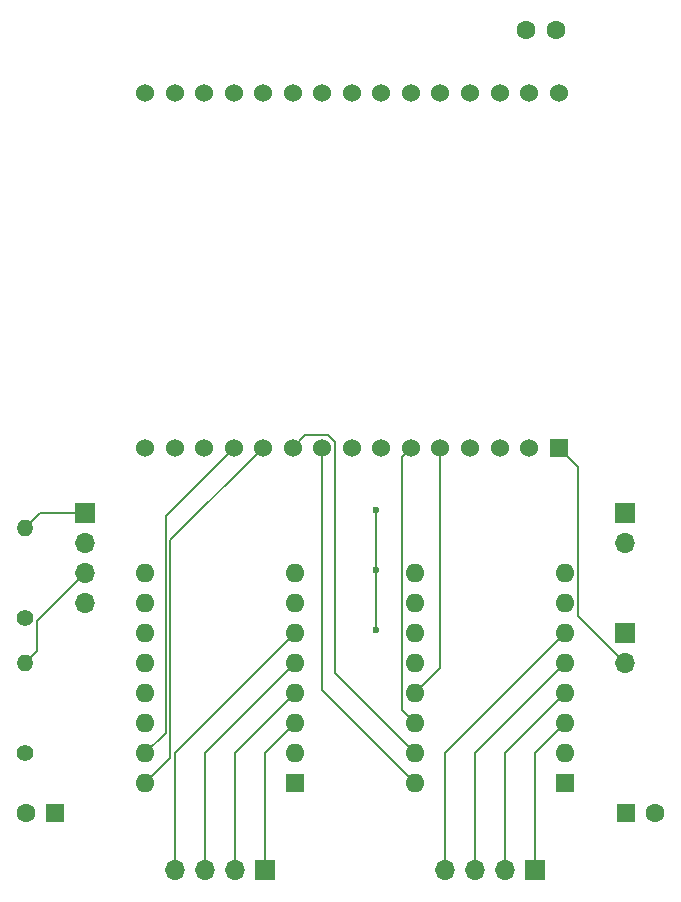
<source format=gbr>
%TF.GenerationSoftware,KiCad,Pcbnew,8.0.6*%
%TF.CreationDate,2024-11-14T00:00:25+01:00*%
%TF.ProjectId,CameraSlider,43616d65-7261-4536-9c69-6465722e6b69,rev?*%
%TF.SameCoordinates,Original*%
%TF.FileFunction,Copper,L1,Top*%
%TF.FilePolarity,Positive*%
%FSLAX46Y46*%
G04 Gerber Fmt 4.6, Leading zero omitted, Abs format (unit mm)*
G04 Created by KiCad (PCBNEW 8.0.6) date 2024-11-14 00:00:25*
%MOMM*%
%LPD*%
G01*
G04 APERTURE LIST*
%TA.AperFunction,ComponentPad*%
%ADD10O,1.400000X1.400000*%
%TD*%
%TA.AperFunction,ComponentPad*%
%ADD11C,1.400000*%
%TD*%
%TA.AperFunction,ComponentPad*%
%ADD12O,1.700000X1.700000*%
%TD*%
%TA.AperFunction,ComponentPad*%
%ADD13R,1.700000X1.700000*%
%TD*%
%TA.AperFunction,ComponentPad*%
%ADD14C,1.600000*%
%TD*%
%TA.AperFunction,ComponentPad*%
%ADD15R,1.600000X1.600000*%
%TD*%
%TA.AperFunction,ComponentPad*%
%ADD16R,1.524000X1.524000*%
%TD*%
%TA.AperFunction,ComponentPad*%
%ADD17C,1.524000*%
%TD*%
%TA.AperFunction,ComponentPad*%
%ADD18O,1.600000X1.600000*%
%TD*%
%TA.AperFunction,ViaPad*%
%ADD19C,0.600000*%
%TD*%
%TA.AperFunction,Conductor*%
%ADD20C,0.200000*%
%TD*%
G04 APERTURE END LIST*
D10*
%TO.P,R2,2*%
%TO.N,Net-(J4-Pin_3)*%
X137940000Y-106920000D03*
D11*
%TO.P,R2,1*%
%TO.N,GND*%
X137940000Y-114540000D03*
%TD*%
D10*
%TO.P,R1,2*%
%TO.N,Net-(J4-Pin_1)*%
X137940000Y-95490000D03*
D11*
%TO.P,R1,1*%
%TO.N,+5V*%
X137940000Y-103110000D03*
%TD*%
D12*
%TO.P,J7,2,Pin_2*%
%TO.N,+12V*%
X188740000Y-96760000D03*
D13*
%TO.P,J7,1,Pin_1*%
%TO.N,GND*%
X188740000Y-94220000D03*
%TD*%
D12*
%TO.P,J4,4,Pin_4*%
%TO.N,unconnected-(J4-Pin_4-Pad4)*%
X143020000Y-101840000D03*
%TO.P,J4,3,Pin_3*%
%TO.N,Net-(J4-Pin_3)*%
X143020000Y-99300000D03*
%TO.P,J4,2,Pin_2*%
%TO.N,Switch*%
X143020000Y-96760000D03*
D13*
%TO.P,J4,1,Pin_1*%
%TO.N,Net-(J4-Pin_1)*%
X143020000Y-94220000D03*
%TD*%
D12*
%TO.P,J1,2,Pin_2*%
%TO.N,+5V*%
X188740000Y-106920000D03*
D13*
%TO.P,J1,1,Pin_1*%
%TO.N,GND*%
X188740000Y-104380000D03*
%TD*%
D14*
%TO.P,C3,2*%
%TO.N,GND*%
X137980000Y-119620000D03*
D15*
%TO.P,C3,1*%
%TO.N,+12V*%
X140480000Y-119620000D03*
%TD*%
D14*
%TO.P,C2,2*%
%TO.N,GND*%
X191280000Y-119620000D03*
D15*
%TO.P,C2,1*%
%TO.N,+5V*%
X188780000Y-119620000D03*
%TD*%
D14*
%TO.P,C1,2*%
%TO.N,GND*%
X180380000Y-53340000D03*
%TO.P,C1,1*%
%TO.N,+3V3*%
X182880000Y-53340000D03*
%TD*%
D16*
%TO.P,U1,1,VIN*%
%TO.N,+5V*%
X183100000Y-88660000D03*
D17*
%TO.P,U1,2,GND*%
%TO.N,GND*%
X180600000Y-88660000D03*
%TO.P,U1,3,D13*%
%TO.N,Switch*%
X178100000Y-88660000D03*
%TO.P,U1,4,D12*%
%TO.N,EN*%
X175600000Y-88660000D03*
%TO.P,U1,5,D14*%
%TO.N,M1_RST*%
X173100000Y-88660000D03*
%TO.P,U1,6,D27*%
%TO.N,M1_SLP*%
X170600000Y-88660000D03*
%TO.P,U1,7,D26*%
%TO.N,unconnected-(U1-D26-Pad7)*%
X168100000Y-88660000D03*
%TO.P,U1,8,D25*%
%TO.N,unconnected-(U1-D25-Pad8)*%
X165600000Y-88660000D03*
%TO.P,U1,9,D33*%
%TO.N,M2_DIR*%
X163100000Y-88660000D03*
%TO.P,U1,10,D32*%
%TO.N,M2_STEP*%
X160600000Y-88660000D03*
%TO.P,U1,11,D35*%
%TO.N,M1_DIR*%
X158100000Y-88660000D03*
%TO.P,U1,12,D34*%
%TO.N,M1_STEP*%
X155600000Y-88660000D03*
%TO.P,U1,13,VN*%
%TO.N,unconnected-(U1-VN-Pad13)*%
X153100000Y-88660000D03*
%TO.P,U1,14,VP*%
%TO.N,unconnected-(U1-VP-Pad14)*%
X150600000Y-88660000D03*
%TO.P,U1,15,EN*%
%TO.N,unconnected-(U1-EN-Pad15)*%
X148100000Y-88660000D03*
%TO.P,U1,16,D23*%
%TO.N,unconnected-(U1-D23-Pad16)*%
X148100000Y-58660000D03*
%TO.P,U1,17,D22*%
%TO.N,unconnected-(U1-D22-Pad17)*%
X150600000Y-58660000D03*
%TO.P,U1,18,TX0*%
%TO.N,unconnected-(U1-TX0-Pad18)*%
X153100000Y-58660000D03*
%TO.P,U1,19,RX0*%
%TO.N,unconnected-(U1-RX0-Pad19)*%
X155600000Y-58660000D03*
%TO.P,U1,20,D21*%
%TO.N,unconnected-(U1-D21-Pad20)*%
X158100000Y-58660000D03*
%TO.P,U1,21,D19*%
%TO.N,unconnected-(U1-D19-Pad21)*%
X160600000Y-58660000D03*
%TO.P,U1,22,D18*%
%TO.N,unconnected-(U1-D18-Pad22)*%
X163100000Y-58660000D03*
%TO.P,U1,23,D5*%
%TO.N,unconnected-(U1-D5-Pad23)*%
X165600000Y-58660000D03*
%TO.P,U1,24,D17*%
%TO.N,unconnected-(U1-D17-Pad24)*%
X168100000Y-58660000D03*
%TO.P,U1,25,D16*%
%TO.N,unconnected-(U1-D16-Pad25)*%
X170600000Y-58660000D03*
%TO.P,U1,26,D4*%
%TO.N,unconnected-(U1-D4-Pad26)*%
X173100000Y-58660000D03*
%TO.P,U1,27,D2*%
%TO.N,unconnected-(U1-D2-Pad27)*%
X175600000Y-58660000D03*
%TO.P,U1,28,D15*%
%TO.N,unconnected-(U1-D15-Pad28)*%
X178100000Y-58660000D03*
%TO.P,U1,29,GND*%
%TO.N,GND*%
X180600000Y-58660000D03*
%TO.P,U1,30,3V3*%
%TO.N,+3V3*%
X183100000Y-58660000D03*
%TD*%
D13*
%TO.P,J3,1,Pin_1*%
%TO.N,M2_1B*%
X181120000Y-124460000D03*
D12*
%TO.P,J3,2,Pin_2*%
%TO.N,M2_1A*%
X178580000Y-124460000D03*
%TO.P,J3,3,Pin_3*%
%TO.N,M2_2A*%
X176040000Y-124460000D03*
%TO.P,J3,4,Pin_4*%
%TO.N,M2_2B*%
X173500000Y-124460000D03*
%TD*%
D13*
%TO.P,J2,1,Pin_1*%
%TO.N,M1_1B*%
X158260000Y-124460000D03*
D12*
%TO.P,J2,2,Pin_2*%
%TO.N,M1_1A*%
X155720000Y-124460000D03*
%TO.P,J2,3,Pin_3*%
%TO.N,M1_2A*%
X153180000Y-124460000D03*
%TO.P,J2,4,Pin_4*%
%TO.N,M1_2B*%
X150640000Y-124460000D03*
%TD*%
D15*
%TO.P,A2,1,GND*%
%TO.N,GND*%
X183660000Y-117080000D03*
D18*
%TO.P,A2,2,VDD*%
%TO.N,+5V*%
X183660000Y-114540000D03*
%TO.P,A2,3,1B*%
%TO.N,M2_1B*%
X183660000Y-112000000D03*
%TO.P,A2,4,1A*%
%TO.N,M2_1A*%
X183660000Y-109460000D03*
%TO.P,A2,5,2A*%
%TO.N,M2_2A*%
X183660000Y-106920000D03*
%TO.P,A2,6,2B*%
%TO.N,M2_2B*%
X183660000Y-104380000D03*
%TO.P,A2,7,GND*%
%TO.N,GND*%
X183660000Y-101840000D03*
%TO.P,A2,8,VMOT*%
%TO.N,+12V*%
X183660000Y-99300000D03*
%TO.P,A2,9,~{ENABLE}*%
%TO.N,EN*%
X170960000Y-99300000D03*
%TO.P,A2,10,MS1*%
%TO.N,unconnected-(A2-MS1-Pad10)*%
X170960000Y-101840000D03*
%TO.P,A2,11,MS2*%
%TO.N,unconnected-(A2-MS2-Pad11)*%
X170960000Y-104380000D03*
%TO.P,A2,12,MS3*%
%TO.N,unconnected-(A2-MS3-Pad12)*%
X170960000Y-106920000D03*
%TO.P,A2,13,~{RESET}*%
%TO.N,M1_RST*%
X170960000Y-109460000D03*
%TO.P,A2,14,~{SLEEP}*%
%TO.N,M1_SLP*%
X170960000Y-112000000D03*
%TO.P,A2,15,STEP*%
%TO.N,M2_STEP*%
X170960000Y-114540000D03*
%TO.P,A2,16,DIR*%
%TO.N,M2_DIR*%
X170960000Y-117080000D03*
%TD*%
D15*
%TO.P,A1,1,GND*%
%TO.N,GND*%
X160800000Y-117080000D03*
D18*
%TO.P,A1,2,VDD*%
%TO.N,+5V*%
X160800000Y-114540000D03*
%TO.P,A1,3,1B*%
%TO.N,M1_1B*%
X160800000Y-112000000D03*
%TO.P,A1,4,1A*%
%TO.N,M1_1A*%
X160800000Y-109460000D03*
%TO.P,A1,5,2A*%
%TO.N,M1_2A*%
X160800000Y-106920000D03*
%TO.P,A1,6,2B*%
%TO.N,M1_2B*%
X160800000Y-104380000D03*
%TO.P,A1,7,GND*%
%TO.N,GND*%
X160800000Y-101840000D03*
%TO.P,A1,8,VMOT*%
%TO.N,+12V*%
X160800000Y-99300000D03*
%TO.P,A1,9,~{ENABLE}*%
%TO.N,EN*%
X148100000Y-99300000D03*
%TO.P,A1,10,MS1*%
%TO.N,unconnected-(A1-MS1-Pad10)*%
X148100000Y-101840000D03*
%TO.P,A1,11,MS2*%
%TO.N,unconnected-(A1-MS2-Pad11)*%
X148100000Y-104380000D03*
%TO.P,A1,12,MS3*%
%TO.N,unconnected-(A1-MS3-Pad12)*%
X148100000Y-106920000D03*
%TO.P,A1,13,~{RESET}*%
%TO.N,M1_RST*%
X148100000Y-109460000D03*
%TO.P,A1,14,~{SLEEP}*%
%TO.N,M1_SLP*%
X148100000Y-112000000D03*
%TO.P,A1,15,STEP*%
%TO.N,M1_STEP*%
X148100000Y-114540000D03*
%TO.P,A1,16,DIR*%
%TO.N,M1_DIR*%
X148100000Y-117080000D03*
%TD*%
D19*
%TO.N,GND*%
X167640000Y-93980000D03*
X167640000Y-99060000D03*
X167640000Y-104140000D03*
%TD*%
D20*
%TO.N,GND*%
X167640000Y-93980000D02*
X167640000Y-104140000D01*
%TO.N,+5V*%
X184760000Y-90320000D02*
X183100000Y-88660000D01*
X184760000Y-102940000D02*
X184760000Y-90320000D01*
X188740000Y-106920000D02*
X184760000Y-102940000D01*
%TO.N,Net-(J4-Pin_1)*%
X143020000Y-94220000D02*
X139210000Y-94220000D01*
X139210000Y-94220000D02*
X137940000Y-95490000D01*
%TO.N,Net-(J4-Pin_3)*%
X138940000Y-105920000D02*
X137940000Y-106920000D01*
X138940000Y-103380000D02*
X138940000Y-105920000D01*
X143020000Y-99300000D02*
X138940000Y-103380000D01*
%TO.N,M1_STEP*%
X149840000Y-112800000D02*
X148100000Y-114540000D01*
X149840000Y-94420000D02*
X149840000Y-112800000D01*
X155600000Y-88660000D02*
X149840000Y-94420000D01*
%TO.N,M1_DIR*%
X150240000Y-96520000D02*
X150240000Y-114940000D01*
X150240000Y-114940000D02*
X148100000Y-117080000D01*
X158100000Y-88660000D02*
X150240000Y-96520000D01*
%TO.N,M2_STEP*%
X164162000Y-88220105D02*
X164162000Y-107742000D01*
X163539895Y-87598000D02*
X164162000Y-88220105D01*
X161662000Y-87598000D02*
X163539895Y-87598000D01*
X160600000Y-88660000D02*
X161662000Y-87598000D01*
X164162000Y-107742000D02*
X170960000Y-114540000D01*
%TO.N,M2_DIR*%
X163100000Y-109220000D02*
X170960000Y-117080000D01*
X163100000Y-88660000D02*
X163100000Y-109220000D01*
%TO.N,M1_SLP*%
X169838001Y-110878001D02*
X170960000Y-112000000D01*
X169838001Y-89421999D02*
X169838001Y-110878001D01*
X170600000Y-88660000D02*
X169838001Y-89421999D01*
%TO.N,M1_RST*%
X173100000Y-107320000D02*
X170960000Y-109460000D01*
X173100000Y-88660000D02*
X173100000Y-107320000D01*
%TO.N,M2_1B*%
X181120000Y-114540000D02*
X181120000Y-124700000D01*
X183660000Y-112000000D02*
X181120000Y-114540000D01*
%TO.N,M2_1A*%
X178580000Y-114540000D02*
X178580000Y-124700000D01*
X183660000Y-109460000D02*
X178580000Y-114540000D01*
%TO.N,M2_2A*%
X176040000Y-114540000D02*
X176040000Y-124700000D01*
X183660000Y-106920000D02*
X176040000Y-114540000D01*
%TO.N,M2_2B*%
X173500000Y-114540000D02*
X173500000Y-124700000D01*
X183660000Y-104380000D02*
X173500000Y-114540000D01*
%TO.N,M1_1B*%
X158260000Y-114540000D02*
X158260000Y-124700000D01*
X160800000Y-112000000D02*
X158260000Y-114540000D01*
%TO.N,M1_1A*%
X155720000Y-114540000D02*
X155720000Y-124700000D01*
X160800000Y-109460000D02*
X155720000Y-114540000D01*
%TO.N,M1_2A*%
X153180000Y-114540000D02*
X153180000Y-124700000D01*
X160800000Y-106920000D02*
X153180000Y-114540000D01*
%TO.N,M1_2B*%
X150640000Y-114540000D02*
X150640000Y-124700000D01*
X160800000Y-104380000D02*
X150640000Y-114540000D01*
%TD*%
M02*

</source>
